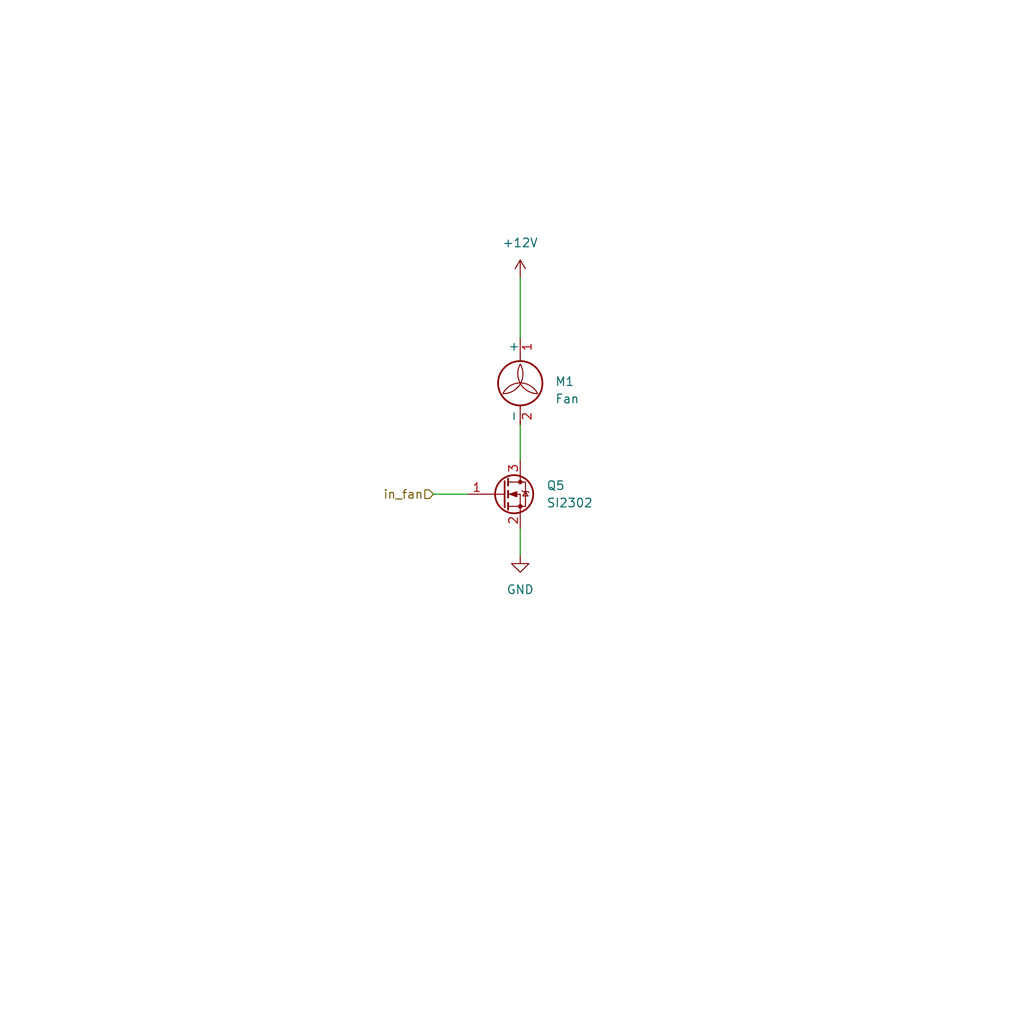
<source format=kicad_sch>
(kicad_sch (version 20211123) (generator eeschema)
  (paper "User" 150.012 150.012)
  (lib_symbols
    (symbol "Device:Q_NMOS_GSD" (pin_names (offset 0) hide)
      (property "Reference" "Q" (at 5.08 1.27 0))
      (property "Value" "Q_NMOS_GSD" (at 5.08 -1.27 0))
      (symbol "Q_NMOS_GSD_0_1"
        (polyline (pts (xy 0.254 0) (xy -2.54 0)))
        (polyline (pts (xy 0.254 1.905) (xy 0.254 -1.905)) (stroke (width 0.254)))
        (polyline (pts (xy 0.762 -1.27) (xy 0.762 -2.286)) (stroke (width 0.254)))
        (polyline (pts (xy 0.762 0.508) (xy 0.762 -0.508)) (stroke (width 0.254)))
        (polyline (pts (xy 0.762 2.286) (xy 0.762 1.27)) (stroke (width 0.254)))
        (polyline (pts (xy 2.54 2.54) (xy 2.54 1.778)))
        (polyline (pts (xy 2.54 -2.54) (xy 2.54 0) (xy 0.762 0)))
        (polyline (pts (xy 0.762 -1.778) (xy 3.302 -1.778) (xy 3.302 1.778) (xy 0.762 1.778)))
        (polyline (pts (xy 1.016 0) (xy 2.032 0.381) (xy 2.032 -0.381) (xy 1.016 0)) (fill (type outline)))
        (polyline (pts (xy 2.794 0.508) (xy 2.921 0.381) (xy 3.683 0.381) (xy 3.81 0.254)))
        (polyline (pts (xy 3.302 0.381) (xy 2.921 -0.254) (xy 3.683 -0.254) (xy 3.302 0.381)))
        (circle (center 1.651 0) (radius 2.794) (stroke (width 0.254)))
        (circle (center 2.54 -1.778) (radius 0.254) (fill (type outline)))
        (circle (center 2.54 1.778) (radius 0.254) (fill (type outline)))
      )
      (symbol "Q_NMOS_GSD_1_1"
        (pin input line (at -5.08 0 0) (length 2.54) (name "G") (number "1"))
        (pin passive line (at 2.54 -5.08 90) (length 2.54) (name "S") (number "2"))
        (pin passive line (at 2.54 5.08 270) (length 2.54) (name "D") (number "3"))
      )
    )
    (symbol "Motor:Fan" (pin_names (offset 0))
      (property "Reference" "M" (at 2.54 5.08 0))
      (property "Value" "Fan" (at 2.54 -2.54 0))
      (symbol "Fan_0_1"
        (arc (start -2.54 -0.508) (mid 0.0028 0.9121) (end 0 3.81))
        (polyline (pts (xy 0 -5.08) (xy 0 -4.572)))
        (polyline (pts (xy 0 -2.2352) (xy 0 -2.6416)))
        (polyline (pts (xy 0 4.2672) (xy 0 4.6228)))
        (polyline (pts (xy 0 4.572) (xy 0 5.08)))
        (circle (center 0 1.016) (radius 3.2512) (stroke (width 0.254)))
        (arc (start 0 3.81) (mid 0.053 0.921) (end 2.54 -0.508))
        (arc (start 2.54 -0.508) (mid 0 1.0618) (end -2.54 -0.508))
      )
      (symbol "Fan_1_1"
        (pin passive line (at 0 7.62 270) (length 2.54) (name "+") (number "1"))
        (pin passive line (at 0 -5.08 90) (length 2.54) (name "-") (number "2"))
      )
    )
    (symbol "power:+12V" (power) (pin_names (offset 0))
      (property "Value" "+12V" (at 0 3.556 0))
      (symbol "+12V_0_1"
        (polyline (pts (xy -0.762 1.27) (xy 0 2.54)))
        (polyline (pts (xy 0 0) (xy 0 2.54)))
        (polyline (pts (xy 0 2.54) (xy 0.762 1.27)))
      )
      (symbol "+12V_1_1"
        (pin power_in line (at 0 0 90) (length 0) hide (name "+12V") (number "1"))
      )
    )
    (symbol "power:GND" (power) (pin_names (offset 0))
      (property "Value" "GND" (at 0 -3.81 0))
      (symbol "GND_0_1"
        (polyline (pts (xy 0 0) (xy 0 -1.27) (xy 1.27 -1.27) (xy 0 -2.54) (xy -1.27 -1.27) (xy 0 -1.27)))
      )
      (symbol "GND_1_1"
        (pin power_in line (at 0 0 270) (length 0) hide (name "GND") (number "1"))
      )
    )
  )
  (wire (pts (xy 76.2 62.23) (xy 76.2 67.31)))
  (wire (pts (xy 76.2 77.47) (xy 76.2 81.28)))
  (wire (pts (xy 63.5 72.39) (xy 68.58 72.39)))
  (wire (pts (xy 76.2 40.64) (xy 76.2 49.53)))
  (hierarchical_label "in_fan" (shape input) (at 63.5 72.39 180))
  (symbol (lib_id "power:GND") (at 76.2 81.28 0) (unit 1)
    (property "Reference" "#PWR011" (effects hide))
    (property "Value" "GND" (at 76.2 86.36 0))
  )
  (symbol (lib_id "Motor:Fan") (at 76.2 57.15 0) (unit 1)
    (property "Reference" "M1" (at 81.28 55.8799 0) (effects (justify left)))
    (property "Value" "Fan" (at 81.28 58.4199 0) (effects (justify left)))
    (property "Footprint" "Connector_JST:JST_EH_B2B-EH-A_1x02_P2.50mm_Vertical" (effects hide))
    (property "Datasheet" "https://articulo.mercadolibre.com.co/MCO-573178334-ventilador-12v-4cm-x-4cm-x-1cm-11w-_JM?matt_tool=15557168&matt_word=&matt_source=google&matt_campaign_id=14634237758&matt_ad_group_id=122266241930&matt_match_type=&matt_network=g&matt_device=c&matt_creative=545507349257&matt_keyword=&matt_ad_position=&matt_ad_type=pla&matt_merchant_id=156231180&matt_product_id=MCO573178334&matt_product_partition_id=1635222317449&matt_target_id=pla-1635222317449&gclid=Cj0KCQjwyYKUBhDJARIsAMj9lkHhFULJaS8ryZ3UR6tO_" (effects hide))
  )
  (symbol (lib_id "Device:Q_NMOS_GSD") (at 73.66 72.39 0) (unit 1)
    (property "Reference" "Q5" (at 80.01 71.1199 0) (effects (justify left)))
    (property "Value" "SI2302" (at 80.01 73.6599 0) (effects (justify left)))
    (property "Footprint" "Package_TO_SOT_SMD:SOT-23" (effects hide))
    (property "Datasheet" "https://www.vistronica.com/componentes-activos/transistores/transistor-mosfet-si2302a2shb-20v-3a-smd-sot-23-detail.html" (effects hide))
  )
  (symbol (lib_id "power:+12V") (at 76.2 40.64 0) (unit 1)
    (property "Reference" "#PWR010" (effects hide))
    (property "Value" "+12V" (at 76.2 35.56 0))
  )
)
</source>
